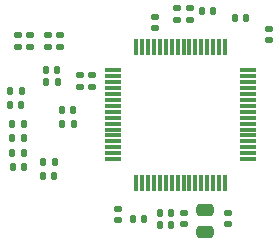
<source format=gbr>
%TF.GenerationSoftware,KiCad,Pcbnew,8.0.2-1*%
%TF.CreationDate,2024-06-13T15:22:41+09:00*%
%TF.ProjectId,eeg,6565672e-6b69-4636-9164-5f7063625858,rev?*%
%TF.SameCoordinates,Original*%
%TF.FileFunction,Paste,Top*%
%TF.FilePolarity,Positive*%
%FSLAX46Y46*%
G04 Gerber Fmt 4.6, Leading zero omitted, Abs format (unit mm)*
G04 Created by KiCad (PCBNEW 8.0.2-1) date 2024-06-13 15:22:41*
%MOMM*%
%LPD*%
G01*
G04 APERTURE LIST*
G04 Aperture macros list*
%AMRoundRect*
0 Rectangle with rounded corners*
0 $1 Rounding radius*
0 $2 $3 $4 $5 $6 $7 $8 $9 X,Y pos of 4 corners*
0 Add a 4 corners polygon primitive as box body*
4,1,4,$2,$3,$4,$5,$6,$7,$8,$9,$2,$3,0*
0 Add four circle primitives for the rounded corners*
1,1,$1+$1,$2,$3*
1,1,$1+$1,$4,$5*
1,1,$1+$1,$6,$7*
1,1,$1+$1,$8,$9*
0 Add four rect primitives between the rounded corners*
20,1,$1+$1,$2,$3,$4,$5,0*
20,1,$1+$1,$4,$5,$6,$7,0*
20,1,$1+$1,$6,$7,$8,$9,0*
20,1,$1+$1,$8,$9,$2,$3,0*%
G04 Aperture macros list end*
%ADD10RoundRect,0.140000X0.170000X-0.140000X0.170000X0.140000X-0.170000X0.140000X-0.170000X-0.140000X0*%
%ADD11RoundRect,0.140000X-0.140000X-0.170000X0.140000X-0.170000X0.140000X0.170000X-0.140000X0.170000X0*%
%ADD12RoundRect,0.135000X-0.135000X-0.185000X0.135000X-0.185000X0.135000X0.185000X-0.135000X0.185000X0*%
%ADD13RoundRect,0.140000X0.140000X0.170000X-0.140000X0.170000X-0.140000X-0.170000X0.140000X-0.170000X0*%
%ADD14R,1.475000X0.300000*%
%ADD15R,0.300000X1.475000*%
%ADD16RoundRect,0.250000X-0.475000X0.250000X-0.475000X-0.250000X0.475000X-0.250000X0.475000X0.250000X0*%
%ADD17RoundRect,0.135000X0.185000X-0.135000X0.185000X0.135000X-0.185000X0.135000X-0.185000X-0.135000X0*%
%ADD18RoundRect,0.140000X-0.170000X0.140000X-0.170000X-0.140000X0.170000X-0.140000X0.170000X0.140000X0*%
G04 APERTURE END LIST*
D10*
%TO.C,C29*%
X141520000Y-94250000D03*
X141520000Y-93290000D03*
%TD*%
D11*
%TO.C,C42*%
X141720000Y-99600000D03*
X142680000Y-99600000D03*
%TD*%
D10*
%TO.C,C35*%
X139030000Y-94250000D03*
X139030000Y-93290000D03*
%TD*%
D11*
%TO.C,C43*%
X137300000Y-99200000D03*
X138260000Y-99200000D03*
%TD*%
%TO.C,C30*%
X156320000Y-91800000D03*
X157280000Y-91800000D03*
%TD*%
D12*
%TO.C,R6*%
X137490000Y-103200000D03*
X138510000Y-103200000D03*
%TD*%
%TO.C,R10*%
X137290000Y-98000000D03*
X138310000Y-98000000D03*
%TD*%
D13*
%TO.C,C21*%
X150940000Y-109330000D03*
X149980000Y-109330000D03*
%TD*%
D14*
%TO.C,IC3*%
X146012000Y-96250000D03*
X146012000Y-96750000D03*
X146012000Y-97250000D03*
X146012000Y-97750000D03*
X146012000Y-98250000D03*
X146012000Y-98750000D03*
X146012000Y-99250000D03*
X146012000Y-99750000D03*
X146012000Y-100250000D03*
X146012000Y-100750000D03*
X146012000Y-101250000D03*
X146012000Y-101750000D03*
X146012000Y-102250000D03*
X146012000Y-102750000D03*
X146012000Y-103250000D03*
X146012000Y-103750000D03*
D15*
X148000000Y-105738000D03*
X148500000Y-105738000D03*
X149000000Y-105738000D03*
X149500000Y-105738000D03*
X150000000Y-105738000D03*
X150500000Y-105738000D03*
X151000000Y-105738000D03*
X151500000Y-105738000D03*
X152000000Y-105738000D03*
X152500000Y-105738000D03*
X153000000Y-105738000D03*
X153500000Y-105738000D03*
X154000000Y-105738000D03*
X154500000Y-105738000D03*
X155000000Y-105738000D03*
X155500000Y-105738000D03*
D14*
X157488000Y-103750000D03*
X157488000Y-103250000D03*
X157488000Y-102750000D03*
X157488000Y-102250000D03*
X157488000Y-101750000D03*
X157488000Y-101250000D03*
X157488000Y-100750000D03*
X157488000Y-100250000D03*
X157488000Y-99750000D03*
X157488000Y-99250000D03*
X157488000Y-98750000D03*
X157488000Y-98250000D03*
X157488000Y-97750000D03*
X157488000Y-97250000D03*
X157488000Y-96750000D03*
X157488000Y-96250000D03*
D15*
X155500000Y-94262000D03*
X155000000Y-94262000D03*
X154500000Y-94262000D03*
X154000000Y-94262000D03*
X153500000Y-94262000D03*
X153000000Y-94262000D03*
X152500000Y-94262000D03*
X152000000Y-94262000D03*
X151500000Y-94262000D03*
X151000000Y-94262000D03*
X150500000Y-94262000D03*
X150000000Y-94262000D03*
X149500000Y-94262000D03*
X149000000Y-94262000D03*
X148500000Y-94262000D03*
X148000000Y-94262000D03*
%TD*%
D10*
%TO.C,C28*%
X140480000Y-94250000D03*
X140480000Y-93290000D03*
%TD*%
D13*
%TO.C,C33*%
X148680000Y-108800000D03*
X147720000Y-108800000D03*
%TD*%
D16*
%TO.C,C24*%
X153800000Y-108050000D03*
X153800000Y-109950000D03*
%TD*%
D17*
%TO.C,R4*%
X144260000Y-97670000D03*
X144260000Y-96650000D03*
%TD*%
D12*
%TO.C,R8*%
X141690000Y-100800000D03*
X142710000Y-100800000D03*
%TD*%
D10*
%TO.C,C25*%
X152520000Y-91960000D03*
X152520000Y-91000000D03*
%TD*%
D18*
%TO.C,C23*%
X152040000Y-108320000D03*
X152040000Y-109280000D03*
%TD*%
D12*
%TO.C,R7*%
X137490000Y-102000000D03*
X138510000Y-102000000D03*
%TD*%
D18*
%TO.C,C27*%
X155740000Y-108320000D03*
X155740000Y-109280000D03*
%TD*%
D10*
%TO.C,C20*%
X143200000Y-97620000D03*
X143200000Y-96660000D03*
%TD*%
D11*
%TO.C,C41*%
X137520000Y-104400000D03*
X138480000Y-104400000D03*
%TD*%
D18*
%TO.C,C32*%
X159200000Y-92720000D03*
X159200000Y-93680000D03*
%TD*%
D10*
%TO.C,C37*%
X138000000Y-94250000D03*
X138000000Y-93290000D03*
%TD*%
D11*
%TO.C,C39*%
X137500000Y-100800000D03*
X138460000Y-100800000D03*
%TD*%
%TO.C,C40*%
X140320000Y-96200000D03*
X141280000Y-96200000D03*
%TD*%
D10*
%TO.C,C26*%
X151480000Y-91960000D03*
X151480000Y-91000000D03*
%TD*%
D12*
%TO.C,R9*%
X140310000Y-97200000D03*
X141330000Y-97200000D03*
%TD*%
D11*
%TO.C,C22*%
X149980000Y-108340000D03*
X150940000Y-108340000D03*
%TD*%
%TO.C,C38*%
X140100000Y-105200000D03*
X141060000Y-105200000D03*
%TD*%
D10*
%TO.C,C31*%
X146490000Y-108940000D03*
X146490000Y-107980000D03*
%TD*%
D13*
%TO.C,C34*%
X154480000Y-91200000D03*
X153520000Y-91200000D03*
%TD*%
D12*
%TO.C,R5*%
X140090000Y-104000000D03*
X141110000Y-104000000D03*
%TD*%
D18*
%TO.C,C36*%
X149620000Y-91710000D03*
X149620000Y-92670000D03*
%TD*%
M02*

</source>
